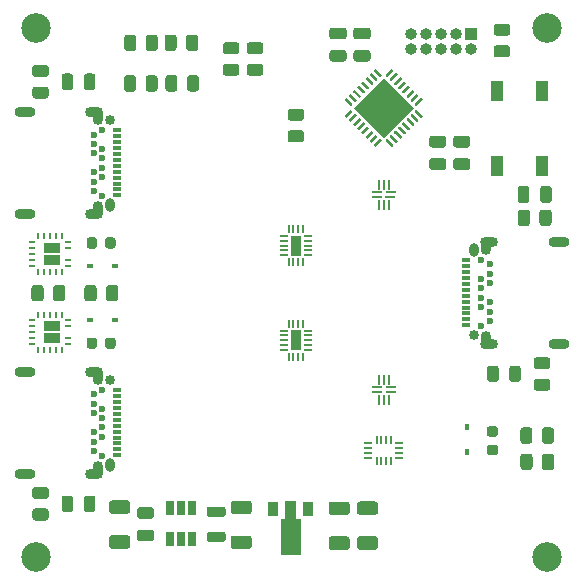
<source format=gbr>
G04 #@! TF.GenerationSoftware,KiCad,Pcbnew,5.1.9-73d0e3b20d~88~ubuntu20.04.1*
G04 #@! TF.CreationDate,2021-01-17T19:34:15+02:00*
G04 #@! TF.ProjectId,USB-TypeC-Switch,5553422d-5479-4706-9543-2d5377697463,rev?*
G04 #@! TF.SameCoordinates,Original*
G04 #@! TF.FileFunction,Soldermask,Top*
G04 #@! TF.FilePolarity,Negative*
%FSLAX46Y46*%
G04 Gerber Fmt 4.6, Leading zero omitted, Abs format (unit mm)*
G04 Created by KiCad (PCBNEW 5.1.9-73d0e3b20d~88~ubuntu20.04.1) date 2021-01-17 19:34:15*
%MOMM*%
%LPD*%
G01*
G04 APERTURE LIST*
%ADD10R,0.710000X0.200000*%
%ADD11R,0.200000X0.710000*%
%ADD12R,0.950000X1.750000*%
%ADD13R,0.200000X0.800000*%
%ADD14R,0.800000X0.200000*%
%ADD15R,0.914400X0.225000*%
%ADD16R,0.812800X0.225000*%
%ADD17R,0.225000X0.812800*%
%ADD18R,0.178600X0.604799*%
%ADD19R,0.604799X0.178600*%
%ADD20R,1.346200X0.812800*%
%ADD21O,0.900000X1.500000*%
%ADD22O,1.500000X0.900000*%
%ADD23C,0.850000*%
%ADD24O,0.850000X1.150000*%
%ADD25R,0.700000X0.320000*%
%ADD26C,0.600000*%
%ADD27O,1.800000X0.900000*%
%ADD28R,0.650000X1.220000*%
%ADD29C,0.100000*%
%ADD30R,0.900000X1.300000*%
%ADD31C,2.500000*%
%ADD32R,1.000000X1.700000*%
%ADD33R,1.000000X1.000000*%
%ADD34O,1.000000X1.000000*%
%ADD35R,0.600000X0.450000*%
%ADD36R,0.450000X0.600000*%
G04 APERTURE END LIST*
G36*
G01*
X49191250Y-129975000D02*
X48028750Y-129975000D01*
G75*
G02*
X47810000Y-129756250I0J218750D01*
G01*
X47810000Y-129318750D01*
G75*
G02*
X48028750Y-129100000I218750J0D01*
G01*
X49191250Y-129100000D01*
G75*
G02*
X49410000Y-129318750I0J-218750D01*
G01*
X49410000Y-129756250D01*
G75*
G02*
X49191250Y-129975000I-218750J0D01*
G01*
G37*
G36*
G01*
X49191250Y-132100000D02*
X48028750Y-132100000D01*
G75*
G02*
X47810000Y-131881250I0J218750D01*
G01*
X47810000Y-131443750D01*
G75*
G02*
X48028750Y-131225000I218750J0D01*
G01*
X49191250Y-131225000D01*
G75*
G02*
X49410000Y-131443750I0J-218750D01*
G01*
X49410000Y-131881250D01*
G75*
G02*
X49191250Y-132100000I-218750J0D01*
G01*
G37*
D10*
X56345000Y-115800000D03*
X56345000Y-115400000D03*
X56345000Y-115000000D03*
X56345000Y-114600000D03*
X56345000Y-114200000D03*
D11*
X55950000Y-113605000D03*
X55550000Y-113605000D03*
X55150000Y-113605000D03*
X54750000Y-113605000D03*
D10*
X54355000Y-114200000D03*
X54355000Y-114600000D03*
X54355000Y-115000000D03*
X54355000Y-115400000D03*
X54355000Y-115800000D03*
D11*
X54750000Y-116395000D03*
X55150000Y-116395000D03*
X55550000Y-116395000D03*
X55950000Y-116395000D03*
D12*
X55350000Y-115000000D03*
D10*
X56345000Y-107800000D03*
X56345000Y-107400000D03*
X56345000Y-107000000D03*
X56345000Y-106600000D03*
X56345000Y-106200000D03*
D11*
X55950000Y-105605000D03*
X55550000Y-105605000D03*
X55150000Y-105605000D03*
X54750000Y-105605000D03*
D10*
X54355000Y-106200000D03*
X54355000Y-106600000D03*
X54355000Y-107000000D03*
X54355000Y-107400000D03*
X54355000Y-107800000D03*
D11*
X54750000Y-108395000D03*
X55150000Y-108395000D03*
X55550000Y-108395000D03*
X55950000Y-108395000D03*
D12*
X55350000Y-107000000D03*
D13*
X63390000Y-123450000D03*
X62990000Y-123450000D03*
X62590000Y-123450000D03*
X62190000Y-123450000D03*
D14*
X61490000Y-123750000D03*
X61490000Y-124150000D03*
X61490000Y-124550000D03*
X61490000Y-124950000D03*
D13*
X62190000Y-125250000D03*
X62590000Y-125250000D03*
X62990000Y-125250000D03*
X63390000Y-125250000D03*
D14*
X64090000Y-124950000D03*
X64090000Y-124550000D03*
X64090000Y-124150000D03*
X64090000Y-123750000D03*
D15*
X62253900Y-119000000D03*
D16*
X62203100Y-119400000D03*
D17*
X62400001Y-120060100D03*
X62800000Y-120060100D03*
X63199999Y-120060100D03*
D16*
X63396900Y-119400000D03*
X63396900Y-119000000D03*
D17*
X63199999Y-118339900D03*
X62800000Y-118339900D03*
X62400001Y-118339900D03*
D15*
X63346100Y-102900000D03*
D16*
X63396900Y-102500000D03*
D17*
X63199999Y-101839900D03*
X62800000Y-101839900D03*
X62400001Y-101839900D03*
D16*
X62203100Y-102500000D03*
X62203100Y-102900000D03*
D17*
X62400001Y-103560100D03*
X62800000Y-103560100D03*
X63199999Y-103560100D03*
D18*
X35530001Y-112843800D03*
X35029999Y-112843800D03*
X34530000Y-112843800D03*
X34030001Y-112843800D03*
X33529999Y-112843800D03*
D19*
X33033800Y-113339999D03*
X33033800Y-113840001D03*
X33033800Y-114340000D03*
X33033800Y-114839999D03*
X33033800Y-115340001D03*
D18*
X33529999Y-115836200D03*
X34030001Y-115836200D03*
X34530000Y-115836200D03*
X35029999Y-115836200D03*
X35530001Y-115836200D03*
D19*
X36026200Y-115340001D03*
X36026200Y-114839999D03*
X36026200Y-113840001D03*
X36026200Y-113339999D03*
D20*
X34700000Y-113820000D03*
X34700000Y-114860000D03*
D18*
X35530001Y-106223800D03*
X35029999Y-106223800D03*
X34530000Y-106223800D03*
X34030001Y-106223800D03*
X33529999Y-106223800D03*
D19*
X33033800Y-106719999D03*
X33033800Y-107220001D03*
X33033800Y-107720000D03*
X33033800Y-108219999D03*
X33033800Y-108720001D03*
D18*
X33529999Y-109216200D03*
X34030001Y-109216200D03*
X34530000Y-109216200D03*
X35029999Y-109216200D03*
X35530001Y-109216200D03*
D19*
X36026200Y-108720001D03*
X36026200Y-108219999D03*
X36026200Y-107220001D03*
X36026200Y-106719999D03*
D20*
X34700000Y-107200000D03*
X34700000Y-108240000D03*
D21*
X38580000Y-125980000D03*
D22*
X38280000Y-126330000D03*
X38280000Y-117670000D03*
D23*
X39580000Y-118400000D03*
D24*
X39580000Y-125600000D03*
D25*
X40240000Y-119250000D03*
X40240000Y-119750000D03*
X40240000Y-120250000D03*
X40240000Y-120750000D03*
X40240000Y-121250000D03*
X40240000Y-121750000D03*
X40240000Y-122250000D03*
X40240000Y-122750000D03*
X40240000Y-123250000D03*
X40240000Y-123750000D03*
X40240000Y-124250000D03*
X40240000Y-124750000D03*
D26*
X38930000Y-121600000D03*
D21*
X38580000Y-118020000D03*
D26*
X38930000Y-120800000D03*
X38930000Y-119200000D03*
X38930000Y-122400000D03*
X38930000Y-123200000D03*
X38930000Y-124800000D03*
X38230000Y-121200000D03*
X38230000Y-120400000D03*
X38230000Y-119600000D03*
X38230000Y-122800000D03*
X38230000Y-123600000D03*
X38230000Y-124400000D03*
D27*
X32380000Y-117670000D03*
X32380000Y-126330000D03*
D21*
X71420000Y-107020000D03*
D22*
X71720000Y-106670000D03*
X71720000Y-115330000D03*
D23*
X70420000Y-114600000D03*
D24*
X70420000Y-107400000D03*
D25*
X69760000Y-113750000D03*
X69760000Y-113250000D03*
X69760000Y-112750000D03*
X69760000Y-112250000D03*
X69760000Y-111750000D03*
X69760000Y-111250000D03*
X69760000Y-110750000D03*
X69760000Y-110250000D03*
X69760000Y-109750000D03*
X69760000Y-109250000D03*
X69760000Y-108750000D03*
X69760000Y-108250000D03*
D26*
X71070000Y-111400000D03*
D21*
X71420000Y-114980000D03*
D26*
X71070000Y-112200000D03*
X71070000Y-113800000D03*
X71070000Y-110600000D03*
X71070000Y-109800000D03*
X71070000Y-108200000D03*
X71770000Y-111800000D03*
X71770000Y-112600000D03*
X71770000Y-113400000D03*
X71770000Y-110200000D03*
X71770000Y-109400000D03*
X71770000Y-108600000D03*
D27*
X77620000Y-115330000D03*
X77620000Y-106670000D03*
D21*
X38580000Y-103980000D03*
D22*
X38280000Y-104330000D03*
X38280000Y-95670000D03*
D23*
X39580000Y-96400000D03*
D24*
X39580000Y-103600000D03*
D25*
X40240000Y-97250000D03*
X40240000Y-97750000D03*
X40240000Y-98250000D03*
X40240000Y-98750000D03*
X40240000Y-99250000D03*
X40240000Y-99750000D03*
X40240000Y-100250000D03*
X40240000Y-100750000D03*
X40240000Y-101250000D03*
X40240000Y-101750000D03*
X40240000Y-102250000D03*
X40240000Y-102750000D03*
D26*
X38930000Y-99600000D03*
D21*
X38580000Y-96020000D03*
D26*
X38930000Y-98800000D03*
X38930000Y-97200000D03*
X38930000Y-100400000D03*
X38930000Y-101200000D03*
X38930000Y-102800000D03*
X38230000Y-99200000D03*
X38230000Y-98400000D03*
X38230000Y-97600000D03*
X38230000Y-100800000D03*
X38230000Y-101600000D03*
X38230000Y-102400000D03*
D27*
X32380000Y-95670000D03*
X32380000Y-104330000D03*
G36*
G01*
X43095000Y-130150000D02*
X42145000Y-130150000D01*
G75*
G02*
X41895000Y-129900000I0J250000D01*
G01*
X41895000Y-129400000D01*
G75*
G02*
X42145000Y-129150000I250000J0D01*
G01*
X43095000Y-129150000D01*
G75*
G02*
X43345000Y-129400000I0J-250000D01*
G01*
X43345000Y-129900000D01*
G75*
G02*
X43095000Y-130150000I-250000J0D01*
G01*
G37*
G36*
G01*
X43095000Y-132050000D02*
X42145000Y-132050000D01*
G75*
G02*
X41895000Y-131800000I0J250000D01*
G01*
X41895000Y-131300000D01*
G75*
G02*
X42145000Y-131050000I250000J0D01*
G01*
X43095000Y-131050000D01*
G75*
G02*
X43345000Y-131300000I0J-250000D01*
G01*
X43345000Y-131800000D01*
G75*
G02*
X43095000Y-132050000I-250000J0D01*
G01*
G37*
G36*
G01*
X68915000Y-97706000D02*
X69865000Y-97706000D01*
G75*
G02*
X70115000Y-97956000I0J-250000D01*
G01*
X70115000Y-98456000D01*
G75*
G02*
X69865000Y-98706000I-250000J0D01*
G01*
X68915000Y-98706000D01*
G75*
G02*
X68665000Y-98456000I0J250000D01*
G01*
X68665000Y-97956000D01*
G75*
G02*
X68915000Y-97706000I250000J0D01*
G01*
G37*
G36*
G01*
X68915000Y-99606000D02*
X69865000Y-99606000D01*
G75*
G02*
X70115000Y-99856000I0J-250000D01*
G01*
X70115000Y-100356000D01*
G75*
G02*
X69865000Y-100606000I-250000J0D01*
G01*
X68915000Y-100606000D01*
G75*
G02*
X68665000Y-100356000I0J250000D01*
G01*
X68665000Y-99856000D01*
G75*
G02*
X68915000Y-99606000I250000J0D01*
G01*
G37*
G36*
G01*
X66883000Y-99606000D02*
X67833000Y-99606000D01*
G75*
G02*
X68083000Y-99856000I0J-250000D01*
G01*
X68083000Y-100356000D01*
G75*
G02*
X67833000Y-100606000I-250000J0D01*
G01*
X66883000Y-100606000D01*
G75*
G02*
X66633000Y-100356000I0J250000D01*
G01*
X66633000Y-99856000D01*
G75*
G02*
X66883000Y-99606000I250000J0D01*
G01*
G37*
G36*
G01*
X66883000Y-97706000D02*
X67833000Y-97706000D01*
G75*
G02*
X68083000Y-97956000I0J-250000D01*
G01*
X68083000Y-98456000D01*
G75*
G02*
X67833000Y-98706000I-250000J0D01*
G01*
X66883000Y-98706000D01*
G75*
G02*
X66633000Y-98456000I0J250000D01*
G01*
X66633000Y-97956000D01*
G75*
G02*
X66883000Y-97706000I250000J0D01*
G01*
G37*
G36*
G01*
X61427000Y-89538000D02*
X60477000Y-89538000D01*
G75*
G02*
X60227000Y-89288000I0J250000D01*
G01*
X60227000Y-88788000D01*
G75*
G02*
X60477000Y-88538000I250000J0D01*
G01*
X61427000Y-88538000D01*
G75*
G02*
X61677000Y-88788000I0J-250000D01*
G01*
X61677000Y-89288000D01*
G75*
G02*
X61427000Y-89538000I-250000J0D01*
G01*
G37*
G36*
G01*
X61427000Y-91438000D02*
X60477000Y-91438000D01*
G75*
G02*
X60227000Y-91188000I0J250000D01*
G01*
X60227000Y-90688000D01*
G75*
G02*
X60477000Y-90438000I250000J0D01*
G01*
X61427000Y-90438000D01*
G75*
G02*
X61677000Y-90688000I0J-250000D01*
G01*
X61677000Y-91188000D01*
G75*
G02*
X61427000Y-91438000I-250000J0D01*
G01*
G37*
G36*
G01*
X59395000Y-91438000D02*
X58445000Y-91438000D01*
G75*
G02*
X58195000Y-91188000I0J250000D01*
G01*
X58195000Y-90688000D01*
G75*
G02*
X58445000Y-90438000I250000J0D01*
G01*
X59395000Y-90438000D01*
G75*
G02*
X59645000Y-90688000I0J-250000D01*
G01*
X59645000Y-91188000D01*
G75*
G02*
X59395000Y-91438000I-250000J0D01*
G01*
G37*
G36*
G01*
X59395000Y-89538000D02*
X58445000Y-89538000D01*
G75*
G02*
X58195000Y-89288000I0J250000D01*
G01*
X58195000Y-88788000D01*
G75*
G02*
X58445000Y-88538000I250000J0D01*
G01*
X59395000Y-88538000D01*
G75*
G02*
X59645000Y-88788000I0J-250000D01*
G01*
X59645000Y-89288000D01*
G75*
G02*
X59395000Y-89538000I-250000J0D01*
G01*
G37*
G36*
G01*
X40305000Y-110579999D02*
X40305000Y-111480001D01*
G75*
G02*
X40055001Y-111730000I-249999J0D01*
G01*
X39529999Y-111730000D01*
G75*
G02*
X39280000Y-111480001I0J249999D01*
G01*
X39280000Y-110579999D01*
G75*
G02*
X39529999Y-110330000I249999J0D01*
G01*
X40055001Y-110330000D01*
G75*
G02*
X40305000Y-110579999I0J-249999D01*
G01*
G37*
G36*
G01*
X38480000Y-110579999D02*
X38480000Y-111480001D01*
G75*
G02*
X38230001Y-111730000I-249999J0D01*
G01*
X37704999Y-111730000D01*
G75*
G02*
X37455000Y-111480001I0J249999D01*
G01*
X37455000Y-110579999D01*
G75*
G02*
X37704999Y-110330000I249999J0D01*
G01*
X38230001Y-110330000D01*
G75*
G02*
X38480000Y-110579999I0J-249999D01*
G01*
G37*
G36*
G01*
X32965000Y-111480001D02*
X32965000Y-110579999D01*
G75*
G02*
X33214999Y-110330000I249999J0D01*
G01*
X33740001Y-110330000D01*
G75*
G02*
X33990000Y-110579999I0J-249999D01*
G01*
X33990000Y-111480001D01*
G75*
G02*
X33740001Y-111730000I-249999J0D01*
G01*
X33214999Y-111730000D01*
G75*
G02*
X32965000Y-111480001I0J249999D01*
G01*
G37*
G36*
G01*
X34790000Y-111480001D02*
X34790000Y-110579999D01*
G75*
G02*
X35039999Y-110330000I249999J0D01*
G01*
X35565001Y-110330000D01*
G75*
G02*
X35815000Y-110579999I0J-249999D01*
G01*
X35815000Y-111480001D01*
G75*
G02*
X35565001Y-111730000I-249999J0D01*
G01*
X35039999Y-111730000D01*
G75*
G02*
X34790000Y-111480001I0J249999D01*
G01*
G37*
G36*
G01*
X41840000Y-89379999D02*
X41840000Y-90280001D01*
G75*
G02*
X41590001Y-90530000I-249999J0D01*
G01*
X41064999Y-90530000D01*
G75*
G02*
X40815000Y-90280001I0J249999D01*
G01*
X40815000Y-89379999D01*
G75*
G02*
X41064999Y-89130000I249999J0D01*
G01*
X41590001Y-89130000D01*
G75*
G02*
X41840000Y-89379999I0J-249999D01*
G01*
G37*
G36*
G01*
X43665000Y-89379999D02*
X43665000Y-90280001D01*
G75*
G02*
X43415001Y-90530000I-249999J0D01*
G01*
X42889999Y-90530000D01*
G75*
G02*
X42640000Y-90280001I0J249999D01*
G01*
X42640000Y-89379999D01*
G75*
G02*
X42889999Y-89130000I249999J0D01*
G01*
X43415001Y-89130000D01*
G75*
G02*
X43665000Y-89379999I0J-249999D01*
G01*
G37*
G36*
G01*
X47085000Y-89379999D02*
X47085000Y-90280001D01*
G75*
G02*
X46835001Y-90530000I-249999J0D01*
G01*
X46309999Y-90530000D01*
G75*
G02*
X46060000Y-90280001I0J249999D01*
G01*
X46060000Y-89379999D01*
G75*
G02*
X46309999Y-89130000I249999J0D01*
G01*
X46835001Y-89130000D01*
G75*
G02*
X47085000Y-89379999I0J-249999D01*
G01*
G37*
G36*
G01*
X45260000Y-89379999D02*
X45260000Y-90280001D01*
G75*
G02*
X45010001Y-90530000I-249999J0D01*
G01*
X44484999Y-90530000D01*
G75*
G02*
X44235000Y-90280001I0J249999D01*
G01*
X44235000Y-89379999D01*
G75*
G02*
X44484999Y-89130000I249999J0D01*
G01*
X45010001Y-89130000D01*
G75*
G02*
X45260000Y-89379999I0J-249999D01*
G01*
G37*
G36*
G01*
X43655000Y-92829999D02*
X43655000Y-93730001D01*
G75*
G02*
X43405001Y-93980000I-249999J0D01*
G01*
X42879999Y-93980000D01*
G75*
G02*
X42630000Y-93730001I0J249999D01*
G01*
X42630000Y-92829999D01*
G75*
G02*
X42879999Y-92580000I249999J0D01*
G01*
X43405001Y-92580000D01*
G75*
G02*
X43655000Y-92829999I0J-249999D01*
G01*
G37*
G36*
G01*
X41830000Y-92829999D02*
X41830000Y-93730001D01*
G75*
G02*
X41580001Y-93980000I-249999J0D01*
G01*
X41054999Y-93980000D01*
G75*
G02*
X40805000Y-93730001I0J249999D01*
G01*
X40805000Y-92829999D01*
G75*
G02*
X41054999Y-92580000I249999J0D01*
G01*
X41580001Y-92580000D01*
G75*
G02*
X41830000Y-92829999I0J-249999D01*
G01*
G37*
G36*
G01*
X45330000Y-92809999D02*
X45330000Y-93710001D01*
G75*
G02*
X45080001Y-93960000I-249999J0D01*
G01*
X44554999Y-93960000D01*
G75*
G02*
X44305000Y-93710001I0J249999D01*
G01*
X44305000Y-92809999D01*
G75*
G02*
X44554999Y-92560000I249999J0D01*
G01*
X45080001Y-92560000D01*
G75*
G02*
X45330000Y-92809999I0J-249999D01*
G01*
G37*
G36*
G01*
X47155000Y-92809999D02*
X47155000Y-93710001D01*
G75*
G02*
X46905001Y-93960000I-249999J0D01*
G01*
X46379999Y-93960000D01*
G75*
G02*
X46130000Y-93710001I0J249999D01*
G01*
X46130000Y-92809999D01*
G75*
G02*
X46379999Y-92560000I249999J0D01*
G01*
X46905001Y-92560000D01*
G75*
G02*
X47155000Y-92809999I0J-249999D01*
G01*
G37*
G36*
G01*
X77209000Y-122639999D02*
X77209000Y-123540001D01*
G75*
G02*
X76959001Y-123790000I-249999J0D01*
G01*
X76433999Y-123790000D01*
G75*
G02*
X76184000Y-123540001I0J249999D01*
G01*
X76184000Y-122639999D01*
G75*
G02*
X76433999Y-122390000I249999J0D01*
G01*
X76959001Y-122390000D01*
G75*
G02*
X77209000Y-122639999I0J-249999D01*
G01*
G37*
G36*
G01*
X75384000Y-122639999D02*
X75384000Y-123540001D01*
G75*
G02*
X75134001Y-123790000I-249999J0D01*
G01*
X74608999Y-123790000D01*
G75*
G02*
X74359000Y-123540001I0J249999D01*
G01*
X74359000Y-122639999D01*
G75*
G02*
X74608999Y-122390000I249999J0D01*
G01*
X75134001Y-122390000D01*
G75*
G02*
X75384000Y-122639999I0J-249999D01*
G01*
G37*
G36*
G01*
X76190000Y-125770001D02*
X76190000Y-124869999D01*
G75*
G02*
X76439999Y-124620000I249999J0D01*
G01*
X76965001Y-124620000D01*
G75*
G02*
X77215000Y-124869999I0J-249999D01*
G01*
X77215000Y-125770001D01*
G75*
G02*
X76965001Y-126020000I-249999J0D01*
G01*
X76439999Y-126020000D01*
G75*
G02*
X76190000Y-125770001I0J249999D01*
G01*
G37*
G36*
G01*
X74365000Y-125770001D02*
X74365000Y-124869999D01*
G75*
G02*
X74614999Y-124620000I249999J0D01*
G01*
X75140001Y-124620000D01*
G75*
G02*
X75390000Y-124869999I0J-249999D01*
G01*
X75390000Y-125770001D01*
G75*
G02*
X75140001Y-126020000I-249999J0D01*
G01*
X74614999Y-126020000D01*
G75*
G02*
X74365000Y-125770001I0J249999D01*
G01*
G37*
G36*
G01*
X73250001Y-91075000D02*
X72349999Y-91075000D01*
G75*
G02*
X72100000Y-90825001I0J249999D01*
G01*
X72100000Y-90299999D01*
G75*
G02*
X72349999Y-90050000I249999J0D01*
G01*
X73250001Y-90050000D01*
G75*
G02*
X73500000Y-90299999I0J-249999D01*
G01*
X73500000Y-90825001D01*
G75*
G02*
X73250001Y-91075000I-249999J0D01*
G01*
G37*
G36*
G01*
X73250001Y-89250000D02*
X72349999Y-89250000D01*
G75*
G02*
X72100000Y-89000001I0J249999D01*
G01*
X72100000Y-88474999D01*
G75*
G02*
X72349999Y-88225000I249999J0D01*
G01*
X73250001Y-88225000D01*
G75*
G02*
X73500000Y-88474999I0J-249999D01*
G01*
X73500000Y-89000001D01*
G75*
G02*
X73250001Y-89250000I-249999J0D01*
G01*
G37*
G36*
G01*
X75980000Y-105100001D02*
X75980000Y-104199999D01*
G75*
G02*
X76229999Y-103950000I249999J0D01*
G01*
X76755001Y-103950000D01*
G75*
G02*
X77005000Y-104199999I0J-249999D01*
G01*
X77005000Y-105100001D01*
G75*
G02*
X76755001Y-105350000I-249999J0D01*
G01*
X76229999Y-105350000D01*
G75*
G02*
X75980000Y-105100001I0J249999D01*
G01*
G37*
G36*
G01*
X74155000Y-105100001D02*
X74155000Y-104199999D01*
G75*
G02*
X74404999Y-103950000I249999J0D01*
G01*
X74930001Y-103950000D01*
G75*
G02*
X75180000Y-104199999I0J-249999D01*
G01*
X75180000Y-105100001D01*
G75*
G02*
X74930001Y-105350000I-249999J0D01*
G01*
X74404999Y-105350000D01*
G75*
G02*
X74155000Y-105100001I0J249999D01*
G01*
G37*
D28*
X46560000Y-131850000D03*
X45610000Y-131850000D03*
X44660000Y-131850000D03*
X44660000Y-129230000D03*
X45610000Y-129230000D03*
X46560000Y-129230000D03*
D29*
G36*
X54053500Y-133240000D02*
G01*
X54053500Y-130115000D01*
X54470000Y-130115000D01*
X54470000Y-128640000D01*
X55370000Y-128640000D01*
X55370000Y-130115000D01*
X55786500Y-130115000D01*
X55786500Y-133240000D01*
X54053500Y-133240000D01*
G37*
D30*
X53420000Y-129290000D03*
X56420000Y-129290000D03*
D29*
G36*
X62785025Y-92804416D02*
G01*
X65330609Y-95350000D01*
X62785025Y-97895584D01*
X60239441Y-95350000D01*
X62785025Y-92804416D01*
G37*
G36*
G01*
X65604613Y-95517938D02*
X66081910Y-95995235D01*
G75*
G02*
X66081910Y-96083623I-44194J-44194D01*
G01*
X65993521Y-96172012D01*
G75*
G02*
X65905133Y-96172012I-44194J44194D01*
G01*
X65427836Y-95694715D01*
G75*
G02*
X65427836Y-95606327I44194J44194D01*
G01*
X65516225Y-95517938D01*
G75*
G02*
X65604613Y-95517938I44194J-44194D01*
G01*
G37*
G36*
G01*
X65251060Y-95871491D02*
X65728357Y-96348788D01*
G75*
G02*
X65728357Y-96437176I-44194J-44194D01*
G01*
X65639968Y-96525565D01*
G75*
G02*
X65551580Y-96525565I-44194J44194D01*
G01*
X65074283Y-96048268D01*
G75*
G02*
X65074283Y-95959880I44194J44194D01*
G01*
X65162672Y-95871491D01*
G75*
G02*
X65251060Y-95871491I44194J-44194D01*
G01*
G37*
G36*
G01*
X64897507Y-96225045D02*
X65374804Y-96702342D01*
G75*
G02*
X65374804Y-96790730I-44194J-44194D01*
G01*
X65286415Y-96879119D01*
G75*
G02*
X65198027Y-96879119I-44194J44194D01*
G01*
X64720730Y-96401822D01*
G75*
G02*
X64720730Y-96313434I44194J44194D01*
G01*
X64809119Y-96225045D01*
G75*
G02*
X64897507Y-96225045I44194J-44194D01*
G01*
G37*
G36*
G01*
X64543953Y-96578598D02*
X65021250Y-97055895D01*
G75*
G02*
X65021250Y-97144283I-44194J-44194D01*
G01*
X64932861Y-97232672D01*
G75*
G02*
X64844473Y-97232672I-44194J44194D01*
G01*
X64367176Y-96755375D01*
G75*
G02*
X64367176Y-96666987I44194J44194D01*
G01*
X64455565Y-96578598D01*
G75*
G02*
X64543953Y-96578598I44194J-44194D01*
G01*
G37*
G36*
G01*
X64190400Y-96932151D02*
X64667697Y-97409448D01*
G75*
G02*
X64667697Y-97497836I-44194J-44194D01*
G01*
X64579308Y-97586225D01*
G75*
G02*
X64490920Y-97586225I-44194J44194D01*
G01*
X64013623Y-97108928D01*
G75*
G02*
X64013623Y-97020540I44194J44194D01*
G01*
X64102012Y-96932151D01*
G75*
G02*
X64190400Y-96932151I44194J-44194D01*
G01*
G37*
G36*
G01*
X63836847Y-97285705D02*
X64314144Y-97763002D01*
G75*
G02*
X64314144Y-97851390I-44194J-44194D01*
G01*
X64225755Y-97939779D01*
G75*
G02*
X64137367Y-97939779I-44194J44194D01*
G01*
X63660070Y-97462482D01*
G75*
G02*
X63660070Y-97374094I44194J44194D01*
G01*
X63748459Y-97285705D01*
G75*
G02*
X63836847Y-97285705I44194J-44194D01*
G01*
G37*
G36*
G01*
X63483293Y-97639258D02*
X63960590Y-98116555D01*
G75*
G02*
X63960590Y-98204943I-44194J-44194D01*
G01*
X63872201Y-98293332D01*
G75*
G02*
X63783813Y-98293332I-44194J44194D01*
G01*
X63306516Y-97816035D01*
G75*
G02*
X63306516Y-97727647I44194J44194D01*
G01*
X63394905Y-97639258D01*
G75*
G02*
X63483293Y-97639258I44194J-44194D01*
G01*
G37*
G36*
G01*
X63129740Y-97992811D02*
X63607037Y-98470108D01*
G75*
G02*
X63607037Y-98558496I-44194J-44194D01*
G01*
X63518648Y-98646885D01*
G75*
G02*
X63430260Y-98646885I-44194J44194D01*
G01*
X62952963Y-98169588D01*
G75*
G02*
X62952963Y-98081200I44194J44194D01*
G01*
X63041352Y-97992811D01*
G75*
G02*
X63129740Y-97992811I44194J-44194D01*
G01*
G37*
G36*
G01*
X62528698Y-97992811D02*
X62617087Y-98081200D01*
G75*
G02*
X62617087Y-98169588I-44194J-44194D01*
G01*
X62139790Y-98646885D01*
G75*
G02*
X62051402Y-98646885I-44194J44194D01*
G01*
X61963013Y-98558496D01*
G75*
G02*
X61963013Y-98470108I44194J44194D01*
G01*
X62440310Y-97992811D01*
G75*
G02*
X62528698Y-97992811I44194J-44194D01*
G01*
G37*
G36*
G01*
X62175145Y-97639258D02*
X62263534Y-97727647D01*
G75*
G02*
X62263534Y-97816035I-44194J-44194D01*
G01*
X61786237Y-98293332D01*
G75*
G02*
X61697849Y-98293332I-44194J44194D01*
G01*
X61609460Y-98204943D01*
G75*
G02*
X61609460Y-98116555I44194J44194D01*
G01*
X62086757Y-97639258D01*
G75*
G02*
X62175145Y-97639258I44194J-44194D01*
G01*
G37*
G36*
G01*
X61821591Y-97285705D02*
X61909980Y-97374094D01*
G75*
G02*
X61909980Y-97462482I-44194J-44194D01*
G01*
X61432683Y-97939779D01*
G75*
G02*
X61344295Y-97939779I-44194J44194D01*
G01*
X61255906Y-97851390D01*
G75*
G02*
X61255906Y-97763002I44194J44194D01*
G01*
X61733203Y-97285705D01*
G75*
G02*
X61821591Y-97285705I44194J-44194D01*
G01*
G37*
G36*
G01*
X61468038Y-96932151D02*
X61556427Y-97020540D01*
G75*
G02*
X61556427Y-97108928I-44194J-44194D01*
G01*
X61079130Y-97586225D01*
G75*
G02*
X60990742Y-97586225I-44194J44194D01*
G01*
X60902353Y-97497836D01*
G75*
G02*
X60902353Y-97409448I44194J44194D01*
G01*
X61379650Y-96932151D01*
G75*
G02*
X61468038Y-96932151I44194J-44194D01*
G01*
G37*
G36*
G01*
X61114485Y-96578598D02*
X61202874Y-96666987D01*
G75*
G02*
X61202874Y-96755375I-44194J-44194D01*
G01*
X60725577Y-97232672D01*
G75*
G02*
X60637189Y-97232672I-44194J44194D01*
G01*
X60548800Y-97144283D01*
G75*
G02*
X60548800Y-97055895I44194J44194D01*
G01*
X61026097Y-96578598D01*
G75*
G02*
X61114485Y-96578598I44194J-44194D01*
G01*
G37*
G36*
G01*
X60760931Y-96225045D02*
X60849320Y-96313434D01*
G75*
G02*
X60849320Y-96401822I-44194J-44194D01*
G01*
X60372023Y-96879119D01*
G75*
G02*
X60283635Y-96879119I-44194J44194D01*
G01*
X60195246Y-96790730D01*
G75*
G02*
X60195246Y-96702342I44194J44194D01*
G01*
X60672543Y-96225045D01*
G75*
G02*
X60760931Y-96225045I44194J-44194D01*
G01*
G37*
G36*
G01*
X60407378Y-95871491D02*
X60495767Y-95959880D01*
G75*
G02*
X60495767Y-96048268I-44194J-44194D01*
G01*
X60018470Y-96525565D01*
G75*
G02*
X59930082Y-96525565I-44194J44194D01*
G01*
X59841693Y-96437176D01*
G75*
G02*
X59841693Y-96348788I44194J44194D01*
G01*
X60318990Y-95871491D01*
G75*
G02*
X60407378Y-95871491I44194J-44194D01*
G01*
G37*
G36*
G01*
X60053825Y-95517938D02*
X60142214Y-95606327D01*
G75*
G02*
X60142214Y-95694715I-44194J-44194D01*
G01*
X59664917Y-96172012D01*
G75*
G02*
X59576529Y-96172012I-44194J44194D01*
G01*
X59488140Y-96083623D01*
G75*
G02*
X59488140Y-95995235I44194J44194D01*
G01*
X59965437Y-95517938D01*
G75*
G02*
X60053825Y-95517938I44194J-44194D01*
G01*
G37*
G36*
G01*
X59664917Y-94527988D02*
X60142214Y-95005285D01*
G75*
G02*
X60142214Y-95093673I-44194J-44194D01*
G01*
X60053825Y-95182062D01*
G75*
G02*
X59965437Y-95182062I-44194J44194D01*
G01*
X59488140Y-94704765D01*
G75*
G02*
X59488140Y-94616377I44194J44194D01*
G01*
X59576529Y-94527988D01*
G75*
G02*
X59664917Y-94527988I44194J-44194D01*
G01*
G37*
G36*
G01*
X60018470Y-94174435D02*
X60495767Y-94651732D01*
G75*
G02*
X60495767Y-94740120I-44194J-44194D01*
G01*
X60407378Y-94828509D01*
G75*
G02*
X60318990Y-94828509I-44194J44194D01*
G01*
X59841693Y-94351212D01*
G75*
G02*
X59841693Y-94262824I44194J44194D01*
G01*
X59930082Y-94174435D01*
G75*
G02*
X60018470Y-94174435I44194J-44194D01*
G01*
G37*
G36*
G01*
X60372023Y-93820881D02*
X60849320Y-94298178D01*
G75*
G02*
X60849320Y-94386566I-44194J-44194D01*
G01*
X60760931Y-94474955D01*
G75*
G02*
X60672543Y-94474955I-44194J44194D01*
G01*
X60195246Y-93997658D01*
G75*
G02*
X60195246Y-93909270I44194J44194D01*
G01*
X60283635Y-93820881D01*
G75*
G02*
X60372023Y-93820881I44194J-44194D01*
G01*
G37*
G36*
G01*
X60725577Y-93467328D02*
X61202874Y-93944625D01*
G75*
G02*
X61202874Y-94033013I-44194J-44194D01*
G01*
X61114485Y-94121402D01*
G75*
G02*
X61026097Y-94121402I-44194J44194D01*
G01*
X60548800Y-93644105D01*
G75*
G02*
X60548800Y-93555717I44194J44194D01*
G01*
X60637189Y-93467328D01*
G75*
G02*
X60725577Y-93467328I44194J-44194D01*
G01*
G37*
G36*
G01*
X61079130Y-93113775D02*
X61556427Y-93591072D01*
G75*
G02*
X61556427Y-93679460I-44194J-44194D01*
G01*
X61468038Y-93767849D01*
G75*
G02*
X61379650Y-93767849I-44194J44194D01*
G01*
X60902353Y-93290552D01*
G75*
G02*
X60902353Y-93202164I44194J44194D01*
G01*
X60990742Y-93113775D01*
G75*
G02*
X61079130Y-93113775I44194J-44194D01*
G01*
G37*
G36*
G01*
X61432683Y-92760221D02*
X61909980Y-93237518D01*
G75*
G02*
X61909980Y-93325906I-44194J-44194D01*
G01*
X61821591Y-93414295D01*
G75*
G02*
X61733203Y-93414295I-44194J44194D01*
G01*
X61255906Y-92936998D01*
G75*
G02*
X61255906Y-92848610I44194J44194D01*
G01*
X61344295Y-92760221D01*
G75*
G02*
X61432683Y-92760221I44194J-44194D01*
G01*
G37*
G36*
G01*
X61786237Y-92406668D02*
X62263534Y-92883965D01*
G75*
G02*
X62263534Y-92972353I-44194J-44194D01*
G01*
X62175145Y-93060742D01*
G75*
G02*
X62086757Y-93060742I-44194J44194D01*
G01*
X61609460Y-92583445D01*
G75*
G02*
X61609460Y-92495057I44194J44194D01*
G01*
X61697849Y-92406668D01*
G75*
G02*
X61786237Y-92406668I44194J-44194D01*
G01*
G37*
G36*
G01*
X62139790Y-92053115D02*
X62617087Y-92530412D01*
G75*
G02*
X62617087Y-92618800I-44194J-44194D01*
G01*
X62528698Y-92707189D01*
G75*
G02*
X62440310Y-92707189I-44194J44194D01*
G01*
X61963013Y-92229892D01*
G75*
G02*
X61963013Y-92141504I44194J44194D01*
G01*
X62051402Y-92053115D01*
G75*
G02*
X62139790Y-92053115I44194J-44194D01*
G01*
G37*
G36*
G01*
X63518648Y-92053115D02*
X63607037Y-92141504D01*
G75*
G02*
X63607037Y-92229892I-44194J-44194D01*
G01*
X63129740Y-92707189D01*
G75*
G02*
X63041352Y-92707189I-44194J44194D01*
G01*
X62952963Y-92618800D01*
G75*
G02*
X62952963Y-92530412I44194J44194D01*
G01*
X63430260Y-92053115D01*
G75*
G02*
X63518648Y-92053115I44194J-44194D01*
G01*
G37*
G36*
G01*
X63872201Y-92406668D02*
X63960590Y-92495057D01*
G75*
G02*
X63960590Y-92583445I-44194J-44194D01*
G01*
X63483293Y-93060742D01*
G75*
G02*
X63394905Y-93060742I-44194J44194D01*
G01*
X63306516Y-92972353D01*
G75*
G02*
X63306516Y-92883965I44194J44194D01*
G01*
X63783813Y-92406668D01*
G75*
G02*
X63872201Y-92406668I44194J-44194D01*
G01*
G37*
G36*
G01*
X64225755Y-92760221D02*
X64314144Y-92848610D01*
G75*
G02*
X64314144Y-92936998I-44194J-44194D01*
G01*
X63836847Y-93414295D01*
G75*
G02*
X63748459Y-93414295I-44194J44194D01*
G01*
X63660070Y-93325906D01*
G75*
G02*
X63660070Y-93237518I44194J44194D01*
G01*
X64137367Y-92760221D01*
G75*
G02*
X64225755Y-92760221I44194J-44194D01*
G01*
G37*
G36*
G01*
X64579308Y-93113775D02*
X64667697Y-93202164D01*
G75*
G02*
X64667697Y-93290552I-44194J-44194D01*
G01*
X64190400Y-93767849D01*
G75*
G02*
X64102012Y-93767849I-44194J44194D01*
G01*
X64013623Y-93679460D01*
G75*
G02*
X64013623Y-93591072I44194J44194D01*
G01*
X64490920Y-93113775D01*
G75*
G02*
X64579308Y-93113775I44194J-44194D01*
G01*
G37*
G36*
G01*
X64932861Y-93467328D02*
X65021250Y-93555717D01*
G75*
G02*
X65021250Y-93644105I-44194J-44194D01*
G01*
X64543953Y-94121402D01*
G75*
G02*
X64455565Y-94121402I-44194J44194D01*
G01*
X64367176Y-94033013D01*
G75*
G02*
X64367176Y-93944625I44194J44194D01*
G01*
X64844473Y-93467328D01*
G75*
G02*
X64932861Y-93467328I44194J-44194D01*
G01*
G37*
G36*
G01*
X65286415Y-93820881D02*
X65374804Y-93909270D01*
G75*
G02*
X65374804Y-93997658I-44194J-44194D01*
G01*
X64897507Y-94474955D01*
G75*
G02*
X64809119Y-94474955I-44194J44194D01*
G01*
X64720730Y-94386566D01*
G75*
G02*
X64720730Y-94298178I44194J44194D01*
G01*
X65198027Y-93820881D01*
G75*
G02*
X65286415Y-93820881I44194J-44194D01*
G01*
G37*
G36*
G01*
X65639968Y-94174435D02*
X65728357Y-94262824D01*
G75*
G02*
X65728357Y-94351212I-44194J-44194D01*
G01*
X65251060Y-94828509D01*
G75*
G02*
X65162672Y-94828509I-44194J44194D01*
G01*
X65074283Y-94740120D01*
G75*
G02*
X65074283Y-94651732I44194J44194D01*
G01*
X65551580Y-94174435D01*
G75*
G02*
X65639968Y-94174435I44194J-44194D01*
G01*
G37*
G36*
G01*
X65993521Y-94527988D02*
X66081910Y-94616377D01*
G75*
G02*
X66081910Y-94704765I-44194J-44194D01*
G01*
X65604613Y-95182062D01*
G75*
G02*
X65516225Y-95182062I-44194J44194D01*
G01*
X65427836Y-95093673D01*
G75*
G02*
X65427836Y-95005285I44194J44194D01*
G01*
X65905133Y-94527988D01*
G75*
G02*
X65993521Y-94527988I44194J-44194D01*
G01*
G37*
D31*
X33360000Y-88610000D03*
X33360000Y-133390000D03*
X76640000Y-133390000D03*
X76640000Y-88610000D03*
G36*
G01*
X38375000Y-92673750D02*
X38375000Y-93586250D01*
G75*
G02*
X38131250Y-93830000I-243750J0D01*
G01*
X37643750Y-93830000D01*
G75*
G02*
X37400000Y-93586250I0J243750D01*
G01*
X37400000Y-92673750D01*
G75*
G02*
X37643750Y-92430000I243750J0D01*
G01*
X38131250Y-92430000D01*
G75*
G02*
X38375000Y-92673750I0J-243750D01*
G01*
G37*
G36*
G01*
X36500000Y-92673750D02*
X36500000Y-93586250D01*
G75*
G02*
X36256250Y-93830000I-243750J0D01*
G01*
X35768750Y-93830000D01*
G75*
G02*
X35525000Y-93586250I0J243750D01*
G01*
X35525000Y-92673750D01*
G75*
G02*
X35768750Y-92430000I243750J0D01*
G01*
X36256250Y-92430000D01*
G75*
G02*
X36500000Y-92673750I0J-243750D01*
G01*
G37*
G36*
G01*
X73420000Y-118316250D02*
X73420000Y-117403750D01*
G75*
G02*
X73663750Y-117160000I243750J0D01*
G01*
X74151250Y-117160000D01*
G75*
G02*
X74395000Y-117403750I0J-243750D01*
G01*
X74395000Y-118316250D01*
G75*
G02*
X74151250Y-118560000I-243750J0D01*
G01*
X73663750Y-118560000D01*
G75*
G02*
X73420000Y-118316250I0J243750D01*
G01*
G37*
G36*
G01*
X71545000Y-118316250D02*
X71545000Y-117403750D01*
G75*
G02*
X71788750Y-117160000I243750J0D01*
G01*
X72276250Y-117160000D01*
G75*
G02*
X72520000Y-117403750I0J-243750D01*
G01*
X72520000Y-118316250D01*
G75*
G02*
X72276250Y-118560000I-243750J0D01*
G01*
X71788750Y-118560000D01*
G75*
G02*
X71545000Y-118316250I0J243750D01*
G01*
G37*
G36*
G01*
X33279999Y-93540000D02*
X34180001Y-93540000D01*
G75*
G02*
X34430000Y-93789999I0J-249999D01*
G01*
X34430000Y-94315001D01*
G75*
G02*
X34180001Y-94565000I-249999J0D01*
G01*
X33279999Y-94565000D01*
G75*
G02*
X33030000Y-94315001I0J249999D01*
G01*
X33030000Y-93789999D01*
G75*
G02*
X33279999Y-93540000I249999J0D01*
G01*
G37*
G36*
G01*
X33279999Y-91715000D02*
X34180001Y-91715000D01*
G75*
G02*
X34430000Y-91964999I0J-249999D01*
G01*
X34430000Y-92490001D01*
G75*
G02*
X34180001Y-92740000I-249999J0D01*
G01*
X33279999Y-92740000D01*
G75*
G02*
X33030000Y-92490001I0J249999D01*
G01*
X33030000Y-91964999D01*
G75*
G02*
X33279999Y-91715000I249999J0D01*
G01*
G37*
G36*
G01*
X76650001Y-119295000D02*
X75749999Y-119295000D01*
G75*
G02*
X75500000Y-119045001I0J249999D01*
G01*
X75500000Y-118519999D01*
G75*
G02*
X75749999Y-118270000I249999J0D01*
G01*
X76650001Y-118270000D01*
G75*
G02*
X76900000Y-118519999I0J-249999D01*
G01*
X76900000Y-119045001D01*
G75*
G02*
X76650001Y-119295000I-249999J0D01*
G01*
G37*
G36*
G01*
X76650001Y-117470000D02*
X75749999Y-117470000D01*
G75*
G02*
X75500000Y-117220001I0J249999D01*
G01*
X75500000Y-116694999D01*
G75*
G02*
X75749999Y-116445000I249999J0D01*
G01*
X76650001Y-116445000D01*
G75*
G02*
X76900000Y-116694999I0J-249999D01*
G01*
X76900000Y-117220001D01*
G75*
G02*
X76650001Y-117470000I-249999J0D01*
G01*
G37*
G36*
G01*
X38375000Y-128413750D02*
X38375000Y-129326250D01*
G75*
G02*
X38131250Y-129570000I-243750J0D01*
G01*
X37643750Y-129570000D01*
G75*
G02*
X37400000Y-129326250I0J243750D01*
G01*
X37400000Y-128413750D01*
G75*
G02*
X37643750Y-128170000I243750J0D01*
G01*
X38131250Y-128170000D01*
G75*
G02*
X38375000Y-128413750I0J-243750D01*
G01*
G37*
G36*
G01*
X36500000Y-128413750D02*
X36500000Y-129326250D01*
G75*
G02*
X36256250Y-129570000I-243750J0D01*
G01*
X35768750Y-129570000D01*
G75*
G02*
X35525000Y-129326250I0J243750D01*
G01*
X35525000Y-128413750D01*
G75*
G02*
X35768750Y-128170000I243750J0D01*
G01*
X36256250Y-128170000D01*
G75*
G02*
X36500000Y-128413750I0J-243750D01*
G01*
G37*
G36*
G01*
X33279999Y-127435000D02*
X34180001Y-127435000D01*
G75*
G02*
X34430000Y-127684999I0J-249999D01*
G01*
X34430000Y-128210001D01*
G75*
G02*
X34180001Y-128460000I-249999J0D01*
G01*
X33279999Y-128460000D01*
G75*
G02*
X33030000Y-128210001I0J249999D01*
G01*
X33030000Y-127684999D01*
G75*
G02*
X33279999Y-127435000I249999J0D01*
G01*
G37*
G36*
G01*
X33279999Y-129260000D02*
X34180001Y-129260000D01*
G75*
G02*
X34430000Y-129509999I0J-249999D01*
G01*
X34430000Y-130035001D01*
G75*
G02*
X34180001Y-130285000I-249999J0D01*
G01*
X33279999Y-130285000D01*
G75*
G02*
X33030000Y-130035001I0J249999D01*
G01*
X33030000Y-129509999D01*
G75*
G02*
X33279999Y-129260000I249999J0D01*
G01*
G37*
D32*
X76170000Y-93950000D03*
X76170000Y-100250000D03*
X72370000Y-93950000D03*
X72370000Y-100250000D03*
D33*
X70200000Y-89100000D03*
D34*
X70200000Y-90370000D03*
X68930000Y-89100000D03*
X68930000Y-90370000D03*
X67660000Y-89100000D03*
X67660000Y-90370000D03*
X66390000Y-89100000D03*
X66390000Y-90370000D03*
X65120000Y-89100000D03*
X65120000Y-90370000D03*
G36*
G01*
X52340001Y-92625000D02*
X51439999Y-92625000D01*
G75*
G02*
X51190000Y-92375001I0J249999D01*
G01*
X51190000Y-91849999D01*
G75*
G02*
X51439999Y-91600000I249999J0D01*
G01*
X52340001Y-91600000D01*
G75*
G02*
X52590000Y-91849999I0J-249999D01*
G01*
X52590000Y-92375001D01*
G75*
G02*
X52340001Y-92625000I-249999J0D01*
G01*
G37*
G36*
G01*
X52340001Y-90800000D02*
X51439999Y-90800000D01*
G75*
G02*
X51190000Y-90550001I0J249999D01*
G01*
X51190000Y-90024999D01*
G75*
G02*
X51439999Y-89775000I249999J0D01*
G01*
X52340001Y-89775000D01*
G75*
G02*
X52590000Y-90024999I0J-249999D01*
G01*
X52590000Y-90550001D01*
G75*
G02*
X52340001Y-90800000I-249999J0D01*
G01*
G37*
G36*
G01*
X50320001Y-90810000D02*
X49419999Y-90810000D01*
G75*
G02*
X49170000Y-90560001I0J249999D01*
G01*
X49170000Y-90034999D01*
G75*
G02*
X49419999Y-89785000I249999J0D01*
G01*
X50320001Y-89785000D01*
G75*
G02*
X50570000Y-90034999I0J-249999D01*
G01*
X50570000Y-90560001D01*
G75*
G02*
X50320001Y-90810000I-249999J0D01*
G01*
G37*
G36*
G01*
X50320001Y-92635000D02*
X49419999Y-92635000D01*
G75*
G02*
X49170000Y-92385001I0J249999D01*
G01*
X49170000Y-91859999D01*
G75*
G02*
X49419999Y-91610000I249999J0D01*
G01*
X50320001Y-91610000D01*
G75*
G02*
X50570000Y-91859999I0J-249999D01*
G01*
X50570000Y-92385001D01*
G75*
G02*
X50320001Y-92635000I-249999J0D01*
G01*
G37*
G36*
G01*
X54899999Y-95415000D02*
X55800001Y-95415000D01*
G75*
G02*
X56050000Y-95664999I0J-249999D01*
G01*
X56050000Y-96190001D01*
G75*
G02*
X55800001Y-96440000I-249999J0D01*
G01*
X54899999Y-96440000D01*
G75*
G02*
X54650000Y-96190001I0J249999D01*
G01*
X54650000Y-95664999D01*
G75*
G02*
X54899999Y-95415000I249999J0D01*
G01*
G37*
G36*
G01*
X54899999Y-97240000D02*
X55800001Y-97240000D01*
G75*
G02*
X56050000Y-97489999I0J-249999D01*
G01*
X56050000Y-98015001D01*
G75*
G02*
X55800001Y-98265000I-249999J0D01*
G01*
X54899999Y-98265000D01*
G75*
G02*
X54650000Y-98015001I0J249999D01*
G01*
X54650000Y-97489999D01*
G75*
G02*
X54899999Y-97240000I249999J0D01*
G01*
G37*
G36*
G01*
X77020000Y-102195000D02*
X77020000Y-103145000D01*
G75*
G02*
X76770000Y-103395000I-250000J0D01*
G01*
X76270000Y-103395000D01*
G75*
G02*
X76020000Y-103145000I0J250000D01*
G01*
X76020000Y-102195000D01*
G75*
G02*
X76270000Y-101945000I250000J0D01*
G01*
X76770000Y-101945000D01*
G75*
G02*
X77020000Y-102195000I0J-250000D01*
G01*
G37*
G36*
G01*
X75120000Y-102195000D02*
X75120000Y-103145000D01*
G75*
G02*
X74870000Y-103395000I-250000J0D01*
G01*
X74370000Y-103395000D01*
G75*
G02*
X74120000Y-103145000I0J250000D01*
G01*
X74120000Y-102195000D01*
G75*
G02*
X74370000Y-101945000I250000J0D01*
G01*
X74870000Y-101945000D01*
G75*
G02*
X75120000Y-102195000I0J-250000D01*
G01*
G37*
D35*
X40050000Y-108730000D03*
X37950000Y-108730000D03*
X37950000Y-113310000D03*
X40050000Y-113310000D03*
D36*
X69830000Y-122390000D03*
X69830000Y-124490000D03*
G36*
G01*
X50069999Y-128600000D02*
X51370001Y-128600000D01*
G75*
G02*
X51620000Y-128849999I0J-249999D01*
G01*
X51620000Y-129500001D01*
G75*
G02*
X51370001Y-129750000I-249999J0D01*
G01*
X50069999Y-129750000D01*
G75*
G02*
X49820000Y-129500001I0J249999D01*
G01*
X49820000Y-128849999D01*
G75*
G02*
X50069999Y-128600000I249999J0D01*
G01*
G37*
G36*
G01*
X50069999Y-131550000D02*
X51370001Y-131550000D01*
G75*
G02*
X51620000Y-131799999I0J-249999D01*
G01*
X51620000Y-132450001D01*
G75*
G02*
X51370001Y-132700000I-249999J0D01*
G01*
X50069999Y-132700000D01*
G75*
G02*
X49820000Y-132450001I0J249999D01*
G01*
X49820000Y-131799999D01*
G75*
G02*
X50069999Y-131550000I249999J0D01*
G01*
G37*
G36*
G01*
X59670001Y-129820000D02*
X58369999Y-129820000D01*
G75*
G02*
X58120000Y-129570001I0J249999D01*
G01*
X58120000Y-128919999D01*
G75*
G02*
X58369999Y-128670000I249999J0D01*
G01*
X59670001Y-128670000D01*
G75*
G02*
X59920000Y-128919999I0J-249999D01*
G01*
X59920000Y-129570001D01*
G75*
G02*
X59670001Y-129820000I-249999J0D01*
G01*
G37*
G36*
G01*
X59670001Y-132770000D02*
X58369999Y-132770000D01*
G75*
G02*
X58120000Y-132520001I0J249999D01*
G01*
X58120000Y-131869999D01*
G75*
G02*
X58369999Y-131620000I249999J0D01*
G01*
X59670001Y-131620000D01*
G75*
G02*
X59920000Y-131869999I0J-249999D01*
G01*
X59920000Y-132520001D01*
G75*
G02*
X59670001Y-132770000I-249999J0D01*
G01*
G37*
G36*
G01*
X39779999Y-131520000D02*
X41080001Y-131520000D01*
G75*
G02*
X41330000Y-131769999I0J-249999D01*
G01*
X41330000Y-132420001D01*
G75*
G02*
X41080001Y-132670000I-249999J0D01*
G01*
X39779999Y-132670000D01*
G75*
G02*
X39530000Y-132420001I0J249999D01*
G01*
X39530000Y-131769999D01*
G75*
G02*
X39779999Y-131520000I249999J0D01*
G01*
G37*
G36*
G01*
X39779999Y-128570000D02*
X41080001Y-128570000D01*
G75*
G02*
X41330000Y-128819999I0J-249999D01*
G01*
X41330000Y-129470001D01*
G75*
G02*
X41080001Y-129720000I-249999J0D01*
G01*
X39779999Y-129720000D01*
G75*
G02*
X39530000Y-129470001I0J249999D01*
G01*
X39530000Y-128819999D01*
G75*
G02*
X39779999Y-128570000I249999J0D01*
G01*
G37*
G36*
G01*
X62070001Y-132760000D02*
X60769999Y-132760000D01*
G75*
G02*
X60520000Y-132510001I0J249999D01*
G01*
X60520000Y-131859999D01*
G75*
G02*
X60769999Y-131610000I249999J0D01*
G01*
X62070001Y-131610000D01*
G75*
G02*
X62320000Y-131859999I0J-249999D01*
G01*
X62320000Y-132510001D01*
G75*
G02*
X62070001Y-132760000I-249999J0D01*
G01*
G37*
G36*
G01*
X62070001Y-129810000D02*
X60769999Y-129810000D01*
G75*
G02*
X60520000Y-129560001I0J249999D01*
G01*
X60520000Y-128909999D01*
G75*
G02*
X60769999Y-128660000I249999J0D01*
G01*
X62070001Y-128660000D01*
G75*
G02*
X62320000Y-128909999I0J-249999D01*
G01*
X62320000Y-129560001D01*
G75*
G02*
X62070001Y-129810000I-249999J0D01*
G01*
G37*
G36*
G01*
X40085000Y-106523750D02*
X40085000Y-107036250D01*
G75*
G02*
X39866250Y-107255000I-218750J0D01*
G01*
X39428750Y-107255000D01*
G75*
G02*
X39210000Y-107036250I0J218750D01*
G01*
X39210000Y-106523750D01*
G75*
G02*
X39428750Y-106305000I218750J0D01*
G01*
X39866250Y-106305000D01*
G75*
G02*
X40085000Y-106523750I0J-218750D01*
G01*
G37*
G36*
G01*
X38510000Y-106523750D02*
X38510000Y-107036250D01*
G75*
G02*
X38291250Y-107255000I-218750J0D01*
G01*
X37853750Y-107255000D01*
G75*
G02*
X37635000Y-107036250I0J218750D01*
G01*
X37635000Y-106523750D01*
G75*
G02*
X37853750Y-106305000I218750J0D01*
G01*
X38291250Y-106305000D01*
G75*
G02*
X38510000Y-106523750I0J-218750D01*
G01*
G37*
G36*
G01*
X38510000Y-115003750D02*
X38510000Y-115516250D01*
G75*
G02*
X38291250Y-115735000I-218750J0D01*
G01*
X37853750Y-115735000D01*
G75*
G02*
X37635000Y-115516250I0J218750D01*
G01*
X37635000Y-115003750D01*
G75*
G02*
X37853750Y-114785000I218750J0D01*
G01*
X38291250Y-114785000D01*
G75*
G02*
X38510000Y-115003750I0J-218750D01*
G01*
G37*
G36*
G01*
X40085000Y-115003750D02*
X40085000Y-115516250D01*
G75*
G02*
X39866250Y-115735000I-218750J0D01*
G01*
X39428750Y-115735000D01*
G75*
G02*
X39210000Y-115516250I0J218750D01*
G01*
X39210000Y-115003750D01*
G75*
G02*
X39428750Y-114785000I218750J0D01*
G01*
X39866250Y-114785000D01*
G75*
G02*
X40085000Y-115003750I0J-218750D01*
G01*
G37*
G36*
G01*
X72246250Y-124745000D02*
X71733750Y-124745000D01*
G75*
G02*
X71515000Y-124526250I0J218750D01*
G01*
X71515000Y-124088750D01*
G75*
G02*
X71733750Y-123870000I218750J0D01*
G01*
X72246250Y-123870000D01*
G75*
G02*
X72465000Y-124088750I0J-218750D01*
G01*
X72465000Y-124526250D01*
G75*
G02*
X72246250Y-124745000I-218750J0D01*
G01*
G37*
G36*
G01*
X72246250Y-123170000D02*
X71733750Y-123170000D01*
G75*
G02*
X71515000Y-122951250I0J218750D01*
G01*
X71515000Y-122513750D01*
G75*
G02*
X71733750Y-122295000I218750J0D01*
G01*
X72246250Y-122295000D01*
G75*
G02*
X72465000Y-122513750I0J-218750D01*
G01*
X72465000Y-122951250D01*
G75*
G02*
X72246250Y-123170000I-218750J0D01*
G01*
G37*
M02*

</source>
